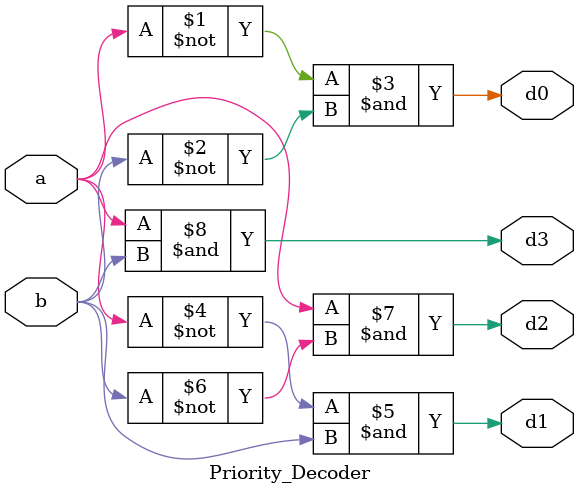
<source format=v>
`timescale 1ns / 1ps
module Priority_Decoder(
input a,b,
output d0,d1,d2,d3
    );
    assign d0 = ~a&(~b);
    assign d1 = ~a&b;
    assign d2 = a&(~b);
    assign d3 = a&b;
endmodule

</source>
